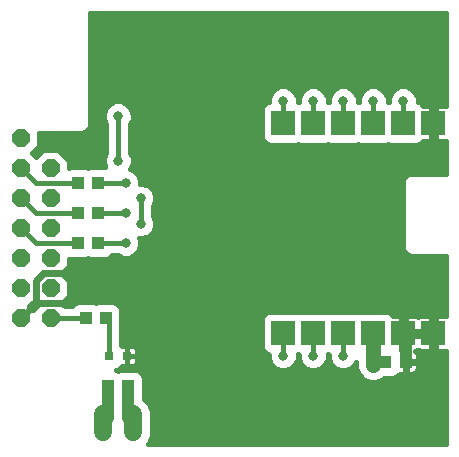
<source format=gtl>
G75*
%MOIN*%
%OFA0B0*%
%FSLAX25Y25*%
%IPPOS*%
%LPD*%
%AMOC8*
5,1,8,0,0,1.08239X$1,22.5*
%
%ADD10R,0.04134X0.04252*%
%ADD11C,0.06000*%
%ADD12R,0.03150X0.03150*%
%ADD13R,0.08000X0.08000*%
%ADD14R,0.03937X0.04331*%
%ADD15OC8,0.06000*%
%ADD16C,0.01600*%
%ADD17C,0.04000*%
%ADD18C,0.03175*%
%ADD19C,0.02400*%
%ADD20C,0.05000*%
D10*
X0136055Y0331750D03*
X0142945Y0331750D03*
D11*
X0052000Y0314250D02*
X0052000Y0308250D01*
X0042000Y0308250D02*
X0042000Y0314250D01*
D12*
X0044047Y0333750D03*
X0049953Y0333750D03*
D13*
X0102000Y0341250D03*
X0112000Y0341250D03*
X0122000Y0341250D03*
X0132000Y0341250D03*
X0142000Y0341250D03*
X0152000Y0341250D03*
X0152000Y0411250D03*
X0142000Y0411250D03*
X0132000Y0411250D03*
X0122000Y0411250D03*
X0112000Y0411250D03*
X0102000Y0411250D03*
D14*
X0040346Y0391250D03*
X0033654Y0391250D03*
X0033654Y0381250D03*
X0040346Y0381250D03*
X0040346Y0371250D03*
X0033654Y0371250D03*
X0036154Y0346250D03*
X0042846Y0346250D03*
X0043654Y0323750D03*
X0050346Y0323750D03*
D15*
X0024500Y0346250D03*
X0024500Y0356250D03*
X0024500Y0366250D03*
X0024500Y0376250D03*
X0024500Y0386250D03*
X0024500Y0396250D03*
X0014500Y0396250D03*
X0014500Y0386250D03*
X0014500Y0376250D03*
X0014500Y0366250D03*
X0014500Y0356250D03*
X0014500Y0346250D03*
X0014500Y0406250D03*
D16*
X0057256Y0304738D02*
X0056968Y0304450D01*
X0156221Y0304450D01*
X0156221Y0335450D01*
X0152800Y0335450D01*
X0152800Y0340450D01*
X0151200Y0340450D01*
X0146200Y0340450D01*
X0142800Y0340450D01*
X0142800Y0342050D01*
X0151200Y0342050D01*
X0151200Y0347050D01*
X0147763Y0347050D01*
X0147305Y0346927D01*
X0147000Y0346751D01*
X0146695Y0346927D01*
X0146237Y0347050D01*
X0142800Y0347050D01*
X0142800Y0342050D01*
X0141200Y0342050D01*
X0141200Y0347050D01*
X0138718Y0347050D01*
X0138713Y0347063D01*
X0137813Y0347963D01*
X0136637Y0348450D01*
X0127363Y0348450D01*
X0127000Y0348299D01*
X0126637Y0348450D01*
X0117363Y0348450D01*
X0117000Y0348299D01*
X0116637Y0348450D01*
X0107363Y0348450D01*
X0107000Y0348299D01*
X0106637Y0348450D01*
X0097363Y0348450D01*
X0096187Y0347963D01*
X0095287Y0347063D01*
X0094800Y0345887D01*
X0094800Y0336613D01*
X0095287Y0335437D01*
X0096187Y0334537D01*
X0097213Y0334113D01*
X0097213Y0332798D01*
X0097941Y0331038D01*
X0099288Y0329691D01*
X0101048Y0328963D01*
X0102952Y0328963D01*
X0104712Y0329691D01*
X0106059Y0331038D01*
X0106787Y0332798D01*
X0106787Y0334113D01*
X0107000Y0334201D01*
X0107213Y0334113D01*
X0107213Y0332798D01*
X0107941Y0331038D01*
X0109288Y0329691D01*
X0111048Y0328963D01*
X0112952Y0328963D01*
X0114712Y0329691D01*
X0116059Y0331038D01*
X0116787Y0332798D01*
X0116787Y0334113D01*
X0117000Y0334201D01*
X0117213Y0334113D01*
X0117213Y0332798D01*
X0117941Y0331038D01*
X0119288Y0329691D01*
X0121048Y0328963D01*
X0122952Y0328963D01*
X0124712Y0329691D01*
X0126059Y0331038D01*
X0126300Y0331621D01*
X0126300Y0329616D01*
X0127168Y0327521D01*
X0128771Y0325918D01*
X0130866Y0325050D01*
X0133134Y0325050D01*
X0135229Y0325918D01*
X0135735Y0326424D01*
X0138759Y0326424D01*
X0139935Y0326911D01*
X0140835Y0327811D01*
X0140840Y0327824D01*
X0142711Y0327824D01*
X0142711Y0331516D01*
X0143178Y0331516D01*
X0143178Y0327824D01*
X0145249Y0327824D01*
X0145707Y0327947D01*
X0146117Y0328184D01*
X0146452Y0328519D01*
X0146689Y0328929D01*
X0146812Y0329387D01*
X0146812Y0331517D01*
X0143178Y0331517D01*
X0143178Y0331983D01*
X0146812Y0331983D01*
X0146812Y0334113D01*
X0146689Y0334571D01*
X0146452Y0334981D01*
X0146117Y0335316D01*
X0145885Y0335450D01*
X0146237Y0335450D01*
X0146695Y0335573D01*
X0147000Y0335749D01*
X0147305Y0335573D01*
X0147763Y0335450D01*
X0151200Y0335450D01*
X0151200Y0340450D01*
X0151200Y0342050D01*
X0152800Y0342050D01*
X0152800Y0347050D01*
X0156221Y0347050D01*
X0156221Y0367050D01*
X0144363Y0367050D01*
X0143187Y0367537D01*
X0142287Y0368437D01*
X0141800Y0369613D01*
X0141800Y0391887D01*
X0142287Y0393063D01*
X0143187Y0393963D01*
X0144363Y0394450D01*
X0156221Y0394450D01*
X0156221Y0405450D01*
X0152800Y0405450D01*
X0152800Y0410450D01*
X0151200Y0410450D01*
X0151200Y0405450D01*
X0148718Y0405450D01*
X0148713Y0405437D01*
X0147813Y0404537D01*
X0146637Y0404050D01*
X0137363Y0404050D01*
X0137000Y0404201D01*
X0136637Y0404050D01*
X0127363Y0404050D01*
X0127000Y0404201D01*
X0126637Y0404050D01*
X0117363Y0404050D01*
X0117000Y0404201D01*
X0116637Y0404050D01*
X0107363Y0404050D01*
X0107000Y0404201D01*
X0106637Y0404050D01*
X0097363Y0404050D01*
X0096187Y0404537D01*
X0095287Y0405437D01*
X0094800Y0406613D01*
X0094800Y0415887D01*
X0095287Y0417063D01*
X0096187Y0417963D01*
X0097213Y0418387D01*
X0097213Y0419702D01*
X0097941Y0421462D01*
X0099288Y0422809D01*
X0101048Y0423537D01*
X0102952Y0423537D01*
X0104712Y0422809D01*
X0106059Y0421462D01*
X0106787Y0419702D01*
X0106787Y0418387D01*
X0107000Y0418299D01*
X0107213Y0418387D01*
X0107213Y0419702D01*
X0107941Y0421462D01*
X0109288Y0422809D01*
X0111048Y0423537D01*
X0112952Y0423537D01*
X0114712Y0422809D01*
X0116059Y0421462D01*
X0116787Y0419702D01*
X0116787Y0418387D01*
X0117000Y0418299D01*
X0117213Y0418387D01*
X0117213Y0419702D01*
X0117941Y0421462D01*
X0119288Y0422809D01*
X0121048Y0423537D01*
X0122952Y0423537D01*
X0124712Y0422809D01*
X0126059Y0421462D01*
X0126787Y0419702D01*
X0126787Y0418387D01*
X0127000Y0418299D01*
X0127213Y0418387D01*
X0127213Y0419702D01*
X0127941Y0421462D01*
X0129288Y0422809D01*
X0131048Y0423537D01*
X0132952Y0423537D01*
X0134712Y0422809D01*
X0136059Y0421462D01*
X0136787Y0419702D01*
X0136787Y0418387D01*
X0137000Y0418299D01*
X0137213Y0418387D01*
X0137213Y0419702D01*
X0137941Y0421462D01*
X0139288Y0422809D01*
X0141048Y0423537D01*
X0142952Y0423537D01*
X0144712Y0422809D01*
X0146059Y0421462D01*
X0146787Y0419702D01*
X0146787Y0418387D01*
X0147813Y0417963D01*
X0148713Y0417063D01*
X0148718Y0417050D01*
X0151200Y0417050D01*
X0151200Y0412050D01*
X0152800Y0412050D01*
X0152800Y0417050D01*
X0156221Y0417050D01*
X0156221Y0448050D01*
X0037700Y0448050D01*
X0037700Y0410613D01*
X0037213Y0409437D01*
X0036313Y0408537D01*
X0035137Y0408050D01*
X0020700Y0408050D01*
X0020700Y0403682D01*
X0018268Y0401250D01*
X0019500Y0400018D01*
X0021932Y0402450D01*
X0027068Y0402450D01*
X0030700Y0398818D01*
X0030700Y0396471D01*
X0031049Y0396615D01*
X0036259Y0396615D01*
X0037000Y0396308D01*
X0037741Y0396615D01*
X0042702Y0396615D01*
X0042213Y0397798D01*
X0042213Y0399702D01*
X0042941Y0401462D01*
X0043000Y0401520D01*
X0043000Y0410980D01*
X0042941Y0411038D01*
X0042213Y0412798D01*
X0042213Y0414702D01*
X0042941Y0416462D01*
X0044288Y0417809D01*
X0046048Y0418537D01*
X0047952Y0418537D01*
X0049712Y0417809D01*
X0051059Y0416462D01*
X0051787Y0414702D01*
X0051787Y0412798D01*
X0051059Y0411038D01*
X0051000Y0410980D01*
X0051000Y0401520D01*
X0051059Y0401462D01*
X0051787Y0399702D01*
X0051787Y0397798D01*
X0051059Y0396038D01*
X0050880Y0395860D01*
X0052212Y0395309D01*
X0053559Y0393962D01*
X0054287Y0392202D01*
X0054287Y0391037D01*
X0055452Y0391037D01*
X0057212Y0390309D01*
X0058559Y0388962D01*
X0059287Y0387202D01*
X0059287Y0385298D01*
X0058559Y0383538D01*
X0058500Y0383480D01*
X0058500Y0380520D01*
X0058559Y0380462D01*
X0059287Y0378702D01*
X0059287Y0376798D01*
X0058559Y0375038D01*
X0057212Y0373691D01*
X0055452Y0372963D01*
X0053972Y0372963D01*
X0054287Y0372202D01*
X0054287Y0370298D01*
X0053559Y0368538D01*
X0052212Y0367191D01*
X0050452Y0366463D01*
X0048548Y0366463D01*
X0046788Y0367191D01*
X0046730Y0367250D01*
X0045006Y0367250D01*
X0044128Y0366372D01*
X0042951Y0365885D01*
X0037741Y0365885D01*
X0037000Y0366192D01*
X0036259Y0365885D01*
X0031049Y0365885D01*
X0030700Y0366029D01*
X0030700Y0363682D01*
X0028268Y0361250D01*
X0030700Y0358818D01*
X0030700Y0353682D01*
X0028268Y0351250D01*
X0029268Y0350250D01*
X0031494Y0350250D01*
X0032372Y0351128D01*
X0033549Y0351615D01*
X0038759Y0351615D01*
X0039500Y0351308D01*
X0040241Y0351615D01*
X0045451Y0351615D01*
X0046628Y0351128D01*
X0047528Y0350228D01*
X0048015Y0349052D01*
X0048015Y0345923D01*
X0048047Y0345845D01*
X0048047Y0337425D01*
X0048335Y0337137D01*
X0048340Y0337125D01*
X0049953Y0337125D01*
X0049953Y0333750D01*
X0053328Y0333750D01*
X0053328Y0335562D01*
X0053205Y0336020D01*
X0052968Y0336430D01*
X0052633Y0336765D01*
X0052222Y0337002D01*
X0051765Y0337125D01*
X0049953Y0337125D01*
X0049953Y0333750D01*
X0049953Y0333750D01*
X0053328Y0333750D01*
X0053328Y0331938D01*
X0053205Y0331480D01*
X0052968Y0331070D01*
X0052633Y0330735D01*
X0052222Y0330498D01*
X0051765Y0330375D01*
X0049953Y0330375D01*
X0049953Y0333750D01*
X0049953Y0333750D01*
X0049953Y0333750D01*
X0049953Y0330375D01*
X0048340Y0330375D01*
X0048335Y0330363D01*
X0047435Y0329462D01*
X0046428Y0329045D01*
X0047000Y0328808D01*
X0047741Y0329115D01*
X0052951Y0329115D01*
X0054128Y0328628D01*
X0055028Y0327728D01*
X0055515Y0326552D01*
X0055515Y0324860D01*
X0055546Y0324784D01*
X0055546Y0319472D01*
X0057256Y0317762D01*
X0058200Y0315483D01*
X0058200Y0307017D01*
X0057256Y0304738D01*
X0057002Y0304484D02*
X0156221Y0304484D01*
X0156221Y0306083D02*
X0057813Y0306083D01*
X0058200Y0307681D02*
X0156221Y0307681D01*
X0156221Y0309280D02*
X0058200Y0309280D01*
X0058200Y0310878D02*
X0156221Y0310878D01*
X0156221Y0312477D02*
X0058200Y0312477D01*
X0058200Y0314075D02*
X0156221Y0314075D01*
X0156221Y0315674D02*
X0058121Y0315674D01*
X0057459Y0317272D02*
X0156221Y0317272D01*
X0156221Y0318871D02*
X0056147Y0318871D01*
X0055546Y0320469D02*
X0156221Y0320469D01*
X0156221Y0322068D02*
X0055546Y0322068D01*
X0055546Y0323666D02*
X0156221Y0323666D01*
X0156221Y0325265D02*
X0133653Y0325265D01*
X0130347Y0325265D02*
X0055515Y0325265D01*
X0055386Y0326863D02*
X0127826Y0326863D01*
X0126778Y0328462D02*
X0054294Y0328462D01*
X0053253Y0331659D02*
X0097684Y0331659D01*
X0097213Y0333257D02*
X0053328Y0333257D01*
X0053328Y0334856D02*
X0095869Y0334856D01*
X0094866Y0336454D02*
X0052943Y0336454D01*
X0049953Y0336454D02*
X0049953Y0336454D01*
X0049953Y0334856D02*
X0049953Y0334856D01*
X0049953Y0333257D02*
X0049953Y0333257D01*
X0049953Y0331659D02*
X0049953Y0331659D01*
X0048033Y0330060D02*
X0098919Y0330060D01*
X0102000Y0333750D02*
X0102000Y0341250D01*
X0094800Y0341250D02*
X0048047Y0341250D01*
X0048047Y0342849D02*
X0094800Y0342849D01*
X0094800Y0344447D02*
X0048047Y0344447D01*
X0048015Y0346046D02*
X0094866Y0346046D01*
X0095869Y0347644D02*
X0048015Y0347644D01*
X0047936Y0349243D02*
X0156221Y0349243D01*
X0156221Y0350841D02*
X0046915Y0350841D01*
X0042846Y0346250D02*
X0044047Y0345049D01*
X0044047Y0333750D01*
X0048047Y0338053D02*
X0094800Y0338053D01*
X0094800Y0339651D02*
X0048047Y0339651D01*
X0036154Y0346250D02*
X0024500Y0346250D01*
X0020323Y0350841D02*
X0017859Y0350841D01*
X0017278Y0350260D02*
X0019500Y0352482D01*
X0020732Y0351250D01*
X0018510Y0349028D01*
X0017278Y0350260D01*
X0018296Y0349243D02*
X0018724Y0349243D01*
X0019458Y0352440D02*
X0019542Y0352440D01*
X0028677Y0350841D02*
X0032085Y0350841D01*
X0029458Y0352440D02*
X0156221Y0352440D01*
X0156221Y0354038D02*
X0030700Y0354038D01*
X0030700Y0355637D02*
X0156221Y0355637D01*
X0156221Y0357235D02*
X0030700Y0357235D01*
X0030684Y0358834D02*
X0156221Y0358834D01*
X0156221Y0360432D02*
X0029086Y0360432D01*
X0029049Y0362031D02*
X0156221Y0362031D01*
X0156221Y0363629D02*
X0030647Y0363629D01*
X0030700Y0365228D02*
X0156221Y0365228D01*
X0156221Y0366826D02*
X0051330Y0366826D01*
X0053445Y0368425D02*
X0142300Y0368425D01*
X0141800Y0370023D02*
X0054174Y0370023D01*
X0054287Y0371622D02*
X0141800Y0371622D01*
X0141800Y0373220D02*
X0056074Y0373220D01*
X0058339Y0374819D02*
X0141800Y0374819D01*
X0141800Y0376417D02*
X0059130Y0376417D01*
X0059287Y0378016D02*
X0141800Y0378016D01*
X0141800Y0379614D02*
X0058910Y0379614D01*
X0058500Y0381213D02*
X0141800Y0381213D01*
X0141800Y0382811D02*
X0058500Y0382811D01*
X0058920Y0384410D02*
X0141800Y0384410D01*
X0141800Y0386008D02*
X0059287Y0386008D01*
X0059120Y0387607D02*
X0141800Y0387607D01*
X0141800Y0389205D02*
X0058315Y0389205D01*
X0056016Y0390804D02*
X0141800Y0390804D01*
X0142014Y0392402D02*
X0054205Y0392402D01*
X0053520Y0394001D02*
X0143279Y0394001D01*
X0148466Y0405190D02*
X0156221Y0405190D01*
X0156221Y0403592D02*
X0051000Y0403592D01*
X0051000Y0405190D02*
X0095534Y0405190D01*
X0094800Y0406789D02*
X0051000Y0406789D01*
X0051000Y0408387D02*
X0094800Y0408387D01*
X0094800Y0409986D02*
X0051000Y0409986D01*
X0051285Y0411584D02*
X0094800Y0411584D01*
X0094800Y0413183D02*
X0051787Y0413183D01*
X0051755Y0414782D02*
X0094800Y0414782D01*
X0095004Y0416380D02*
X0051092Y0416380D01*
X0049301Y0417979D02*
X0096225Y0417979D01*
X0097213Y0419577D02*
X0037700Y0419577D01*
X0037700Y0417979D02*
X0044699Y0417979D01*
X0042908Y0416380D02*
X0037700Y0416380D01*
X0037700Y0414782D02*
X0042245Y0414782D01*
X0042213Y0413183D02*
X0037700Y0413183D01*
X0037700Y0411584D02*
X0042715Y0411584D01*
X0043000Y0409986D02*
X0037440Y0409986D01*
X0035951Y0408387D02*
X0043000Y0408387D01*
X0043000Y0406789D02*
X0020700Y0406789D01*
X0020700Y0405190D02*
X0043000Y0405190D01*
X0043000Y0403592D02*
X0020610Y0403592D01*
X0021475Y0401993D02*
X0019012Y0401993D01*
X0019123Y0400395D02*
X0019877Y0400395D01*
X0014500Y0396250D02*
X0019500Y0391250D01*
X0033654Y0391250D01*
X0030700Y0397198D02*
X0042461Y0397198D01*
X0042213Y0398796D02*
X0030700Y0398796D01*
X0029123Y0400395D02*
X0042500Y0400395D01*
X0043000Y0401993D02*
X0027525Y0401993D01*
X0040346Y0391250D02*
X0049500Y0391250D01*
X0051510Y0395599D02*
X0156221Y0395599D01*
X0156221Y0397198D02*
X0051539Y0397198D01*
X0051787Y0398796D02*
X0156221Y0398796D01*
X0156221Y0400395D02*
X0051500Y0400395D01*
X0051000Y0401993D02*
X0156221Y0401993D01*
X0152800Y0406789D02*
X0151200Y0406789D01*
X0151200Y0408387D02*
X0152800Y0408387D01*
X0152800Y0409986D02*
X0151200Y0409986D01*
X0151200Y0413183D02*
X0152800Y0413183D01*
X0152800Y0414782D02*
X0151200Y0414782D01*
X0151200Y0416380D02*
X0152800Y0416380D01*
X0156221Y0417979D02*
X0147775Y0417979D01*
X0146787Y0419577D02*
X0156221Y0419577D01*
X0156221Y0421176D02*
X0146177Y0421176D01*
X0144746Y0422774D02*
X0156221Y0422774D01*
X0156221Y0424373D02*
X0037700Y0424373D01*
X0037700Y0425971D02*
X0156221Y0425971D01*
X0156221Y0427570D02*
X0037700Y0427570D01*
X0037700Y0429168D02*
X0156221Y0429168D01*
X0156221Y0430767D02*
X0037700Y0430767D01*
X0037700Y0432365D02*
X0156221Y0432365D01*
X0156221Y0433964D02*
X0037700Y0433964D01*
X0037700Y0435562D02*
X0156221Y0435562D01*
X0156221Y0437161D02*
X0037700Y0437161D01*
X0037700Y0438759D02*
X0156221Y0438759D01*
X0156221Y0440358D02*
X0037700Y0440358D01*
X0037700Y0441956D02*
X0156221Y0441956D01*
X0156221Y0443555D02*
X0037700Y0443555D01*
X0037700Y0445153D02*
X0156221Y0445153D01*
X0156221Y0446752D02*
X0037700Y0446752D01*
X0037700Y0422774D02*
X0099254Y0422774D01*
X0097823Y0421176D02*
X0037700Y0421176D01*
X0047000Y0413750D02*
X0047000Y0398750D01*
X0054500Y0386250D02*
X0054500Y0377750D01*
X0049500Y0381250D02*
X0040346Y0381250D01*
X0033654Y0381250D02*
X0019500Y0381250D01*
X0014500Y0386250D01*
X0014500Y0376250D02*
X0019500Y0371250D01*
X0033654Y0371250D01*
X0040346Y0371250D02*
X0049500Y0371250D01*
X0047670Y0366826D02*
X0044582Y0366826D01*
X0102000Y0411250D02*
X0102000Y0418750D01*
X0106177Y0421176D02*
X0107823Y0421176D01*
X0107213Y0419577D02*
X0106787Y0419577D01*
X0104746Y0422774D02*
X0109254Y0422774D01*
X0112000Y0418750D02*
X0112000Y0411250D01*
X0116787Y0419577D02*
X0117213Y0419577D01*
X0117823Y0421176D02*
X0116177Y0421176D01*
X0114746Y0422774D02*
X0119254Y0422774D01*
X0122000Y0418750D02*
X0122000Y0411250D01*
X0126787Y0419577D02*
X0127213Y0419577D01*
X0127823Y0421176D02*
X0126177Y0421176D01*
X0124746Y0422774D02*
X0129254Y0422774D01*
X0132000Y0418750D02*
X0132000Y0411250D01*
X0136787Y0419577D02*
X0137213Y0419577D01*
X0137823Y0421176D02*
X0136177Y0421176D01*
X0134746Y0422774D02*
X0139254Y0422774D01*
X0142000Y0418750D02*
X0142000Y0411250D01*
X0138131Y0347644D02*
X0156221Y0347644D01*
X0152800Y0346046D02*
X0151200Y0346046D01*
X0151200Y0344447D02*
X0152800Y0344447D01*
X0152800Y0342849D02*
X0151200Y0342849D01*
X0151200Y0341250D02*
X0142800Y0341250D01*
X0142800Y0340450D02*
X0142800Y0335450D01*
X0143178Y0335450D01*
X0143178Y0331984D01*
X0142711Y0331984D01*
X0142711Y0335676D01*
X0141200Y0335676D01*
X0141200Y0340450D01*
X0142800Y0340450D01*
X0142800Y0339651D02*
X0141200Y0339651D01*
X0141200Y0338053D02*
X0142800Y0338053D01*
X0142800Y0336454D02*
X0141200Y0336454D01*
X0142711Y0334856D02*
X0143178Y0334856D01*
X0143178Y0333257D02*
X0142711Y0333257D01*
X0143178Y0331659D02*
X0156221Y0331659D01*
X0156221Y0333257D02*
X0146812Y0333257D01*
X0146524Y0334856D02*
X0156221Y0334856D01*
X0152800Y0336454D02*
X0151200Y0336454D01*
X0151200Y0338053D02*
X0152800Y0338053D01*
X0152800Y0339651D02*
X0151200Y0339651D01*
X0142800Y0342849D02*
X0141200Y0342849D01*
X0141200Y0344447D02*
X0142800Y0344447D01*
X0142800Y0346046D02*
X0141200Y0346046D01*
X0142711Y0330060D02*
X0143178Y0330060D01*
X0143178Y0328462D02*
X0142711Y0328462D01*
X0139819Y0326863D02*
X0156221Y0326863D01*
X0156221Y0328462D02*
X0146395Y0328462D01*
X0146812Y0330060D02*
X0156221Y0330060D01*
X0126300Y0330060D02*
X0125081Y0330060D01*
X0122000Y0333750D02*
X0122000Y0341250D01*
X0117213Y0333257D02*
X0116787Y0333257D01*
X0116316Y0331659D02*
X0117684Y0331659D01*
X0118919Y0330060D02*
X0115081Y0330060D01*
X0112000Y0333750D02*
X0112000Y0341250D01*
X0107213Y0333257D02*
X0106787Y0333257D01*
X0106316Y0331659D02*
X0107684Y0331659D01*
X0108919Y0330060D02*
X0105081Y0330060D01*
D17*
X0132000Y0330750D02*
X0133000Y0331750D01*
X0136055Y0331750D01*
X0142945Y0340305D02*
X0142000Y0341250D01*
X0142945Y0340305D02*
X0142945Y0331750D01*
X0050346Y0323750D02*
X0050346Y0312904D01*
X0052000Y0311250D01*
X0043654Y0312904D02*
X0043654Y0323750D01*
X0043654Y0312904D02*
X0042000Y0311250D01*
D18*
X0044500Y0352750D03*
X0040000Y0353250D03*
X0038500Y0359750D03*
X0044500Y0359750D03*
X0049500Y0371250D03*
X0054500Y0377750D03*
X0049500Y0381250D03*
X0054500Y0386250D03*
X0049500Y0391250D03*
X0047000Y0398750D03*
X0047000Y0413750D03*
X0032000Y0359750D03*
X0102000Y0333750D03*
X0112000Y0333750D03*
X0122000Y0333750D03*
X0132000Y0333750D03*
X0132000Y0330750D03*
X0149500Y0326750D03*
X0149500Y0323250D03*
X0149500Y0319750D03*
X0152000Y0307250D03*
X0139500Y0307250D03*
X0152000Y0334250D03*
X0152000Y0349250D03*
X0142000Y0349250D03*
X0142000Y0418750D03*
X0132000Y0418750D03*
X0122000Y0418750D03*
X0112000Y0418750D03*
X0102000Y0418750D03*
D19*
X0032000Y0361250D02*
X0022000Y0361250D01*
X0019500Y0358750D01*
X0019500Y0351250D01*
X0029500Y0351250D01*
X0019500Y0351250D02*
X0014500Y0346250D01*
D20*
X0132000Y0341250D02*
X0132000Y0333750D01*
X0132000Y0330750D01*
M02*

</source>
